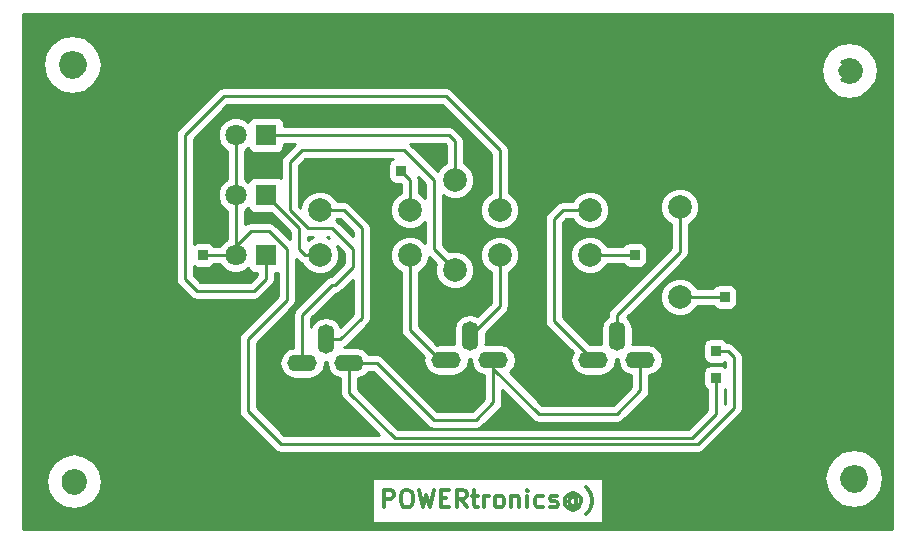
<source format=gbr>
G04 #@! TF.FileFunction,Copper,L2,Bot,Signal*
%FSLAX46Y46*%
G04 Gerber Fmt 4.6, Leading zero omitted, Abs format (unit mm)*
G04 Created by KiCad (PCBNEW 4.0.5) date 11/03/19 14:13:05*
%MOMM*%
%LPD*%
G01*
G04 APERTURE LIST*
%ADD10C,0.100000*%
%ADD11C,0.300000*%
%ADD12R,1.800000X1.800000*%
%ADD13C,1.800000*%
%ADD14R,0.850000X0.850000*%
%ADD15O,1.400000X2.500000*%
%ADD16O,2.500000X1.400000*%
%ADD17C,1.998980*%
%ADD18C,0.250000*%
%ADD19C,0.254000*%
G04 APERTURE END LIST*
D10*
D11*
X136248286Y-92499571D02*
X136248286Y-90999571D01*
X136819714Y-90999571D01*
X136962572Y-91071000D01*
X137034000Y-91142429D01*
X137105429Y-91285286D01*
X137105429Y-91499571D01*
X137034000Y-91642429D01*
X136962572Y-91713857D01*
X136819714Y-91785286D01*
X136248286Y-91785286D01*
X138034000Y-90999571D02*
X138319714Y-90999571D01*
X138462572Y-91071000D01*
X138605429Y-91213857D01*
X138676857Y-91499571D01*
X138676857Y-91999571D01*
X138605429Y-92285286D01*
X138462572Y-92428143D01*
X138319714Y-92499571D01*
X138034000Y-92499571D01*
X137891143Y-92428143D01*
X137748286Y-92285286D01*
X137676857Y-91999571D01*
X137676857Y-91499571D01*
X137748286Y-91213857D01*
X137891143Y-91071000D01*
X138034000Y-90999571D01*
X139176858Y-90999571D02*
X139534001Y-92499571D01*
X139819715Y-91428143D01*
X140105429Y-92499571D01*
X140462572Y-90999571D01*
X141034001Y-91713857D02*
X141534001Y-91713857D01*
X141748287Y-92499571D02*
X141034001Y-92499571D01*
X141034001Y-90999571D01*
X141748287Y-90999571D01*
X143248287Y-92499571D02*
X142748287Y-91785286D01*
X142391144Y-92499571D02*
X142391144Y-90999571D01*
X142962572Y-90999571D01*
X143105430Y-91071000D01*
X143176858Y-91142429D01*
X143248287Y-91285286D01*
X143248287Y-91499571D01*
X143176858Y-91642429D01*
X143105430Y-91713857D01*
X142962572Y-91785286D01*
X142391144Y-91785286D01*
X143676858Y-91499571D02*
X144248287Y-91499571D01*
X143891144Y-90999571D02*
X143891144Y-92285286D01*
X143962572Y-92428143D01*
X144105430Y-92499571D01*
X144248287Y-92499571D01*
X144748287Y-92499571D02*
X144748287Y-91499571D01*
X144748287Y-91785286D02*
X144819715Y-91642429D01*
X144891144Y-91571000D01*
X145034001Y-91499571D01*
X145176858Y-91499571D01*
X145891144Y-92499571D02*
X145748286Y-92428143D01*
X145676858Y-92356714D01*
X145605429Y-92213857D01*
X145605429Y-91785286D01*
X145676858Y-91642429D01*
X145748286Y-91571000D01*
X145891144Y-91499571D01*
X146105429Y-91499571D01*
X146248286Y-91571000D01*
X146319715Y-91642429D01*
X146391144Y-91785286D01*
X146391144Y-92213857D01*
X146319715Y-92356714D01*
X146248286Y-92428143D01*
X146105429Y-92499571D01*
X145891144Y-92499571D01*
X147034001Y-91499571D02*
X147034001Y-92499571D01*
X147034001Y-91642429D02*
X147105429Y-91571000D01*
X147248287Y-91499571D01*
X147462572Y-91499571D01*
X147605429Y-91571000D01*
X147676858Y-91713857D01*
X147676858Y-92499571D01*
X148391144Y-92499571D02*
X148391144Y-91499571D01*
X148391144Y-90999571D02*
X148319715Y-91071000D01*
X148391144Y-91142429D01*
X148462572Y-91071000D01*
X148391144Y-90999571D01*
X148391144Y-91142429D01*
X149748287Y-92428143D02*
X149605430Y-92499571D01*
X149319716Y-92499571D01*
X149176858Y-92428143D01*
X149105430Y-92356714D01*
X149034001Y-92213857D01*
X149034001Y-91785286D01*
X149105430Y-91642429D01*
X149176858Y-91571000D01*
X149319716Y-91499571D01*
X149605430Y-91499571D01*
X149748287Y-91571000D01*
X150319715Y-92428143D02*
X150462572Y-92499571D01*
X150748287Y-92499571D01*
X150891144Y-92428143D01*
X150962572Y-92285286D01*
X150962572Y-92213857D01*
X150891144Y-92071000D01*
X150748287Y-91999571D01*
X150534001Y-91999571D01*
X150391144Y-91928143D01*
X150319715Y-91785286D01*
X150319715Y-91713857D01*
X150391144Y-91571000D01*
X150534001Y-91499571D01*
X150748287Y-91499571D01*
X150891144Y-91571000D01*
X152534001Y-91785286D02*
X152462573Y-91713857D01*
X152319716Y-91642429D01*
X152176858Y-91642429D01*
X152034001Y-91713857D01*
X151962573Y-91785286D01*
X151891144Y-91928143D01*
X151891144Y-92071000D01*
X151962573Y-92213857D01*
X152034001Y-92285286D01*
X152176858Y-92356714D01*
X152319716Y-92356714D01*
X152462573Y-92285286D01*
X152534001Y-92213857D01*
X152534001Y-91642429D02*
X152534001Y-92213857D01*
X152605430Y-92285286D01*
X152676858Y-92285286D01*
X152819716Y-92213857D01*
X152891144Y-92071000D01*
X152891144Y-91713857D01*
X152748287Y-91499571D01*
X152534001Y-91356714D01*
X152248287Y-91285286D01*
X151962573Y-91356714D01*
X151748287Y-91499571D01*
X151605430Y-91713857D01*
X151534001Y-91999571D01*
X151605430Y-92285286D01*
X151748287Y-92499571D01*
X151962573Y-92642429D01*
X152248287Y-92713857D01*
X152534001Y-92642429D01*
X152748287Y-92499571D01*
X153391144Y-93071000D02*
X153462572Y-92999571D01*
X153605429Y-92785286D01*
X153676858Y-92642429D01*
X153748287Y-92428143D01*
X153819715Y-92071000D01*
X153819715Y-91785286D01*
X153748287Y-91428143D01*
X153676858Y-91213857D01*
X153605429Y-91071000D01*
X153462572Y-90856714D01*
X153391144Y-90785286D01*
D12*
X126238000Y-71120000D03*
D13*
X123698000Y-71120000D03*
D12*
X126238000Y-66040000D03*
D13*
X123698000Y-66040000D03*
D12*
X126238000Y-60960000D03*
D13*
X123698000Y-60960000D03*
D14*
X164338000Y-81534000D03*
X120904000Y-71120000D03*
X165100000Y-74676000D03*
X157480000Y-71120000D03*
X137668000Y-64008000D03*
D15*
X155956000Y-78010000D03*
D16*
X153956000Y-80010000D03*
X157956000Y-80010000D03*
D15*
X143510000Y-78010000D03*
D16*
X141510000Y-80010000D03*
X145510000Y-80010000D03*
D15*
X131318000Y-78264000D03*
D16*
X129318000Y-80264000D03*
X133318000Y-80264000D03*
D17*
X161290000Y-67056000D03*
X161290000Y-74676000D03*
X146050000Y-67310000D03*
X153670000Y-67310000D03*
X146050000Y-71120000D03*
X153670000Y-71120000D03*
X130810000Y-71120000D03*
X138430000Y-71120000D03*
X130810000Y-67310000D03*
X138430000Y-67310000D03*
X142240000Y-64770000D03*
X142240000Y-72390000D03*
D14*
X164338000Y-79248000D03*
D18*
X126238000Y-71120000D02*
X126238000Y-73152000D01*
X146050000Y-62230000D02*
X146050000Y-67310000D01*
X141478000Y-57658000D02*
X146050000Y-62230000D01*
X122682000Y-57658000D02*
X141478000Y-57658000D01*
X119380000Y-60960000D02*
X122682000Y-57658000D01*
X119380000Y-73152000D02*
X119380000Y-60960000D01*
X120396000Y-74168000D02*
X119380000Y-73152000D01*
X125222000Y-74168000D02*
X120396000Y-74168000D01*
X126238000Y-73152000D02*
X125222000Y-74168000D01*
X123698000Y-71120000D02*
X120904000Y-71120000D01*
X123698000Y-71120000D02*
X123698000Y-70358000D01*
X123698000Y-70358000D02*
X124968000Y-69088000D01*
X165354000Y-79248000D02*
X164338000Y-79248000D01*
X165862000Y-79756000D02*
X165354000Y-79248000D01*
X165862000Y-84074000D02*
X165862000Y-79756000D01*
X162814000Y-87122000D02*
X165862000Y-84074000D01*
X127508000Y-87122000D02*
X162814000Y-87122000D01*
X124714000Y-84328000D02*
X127508000Y-87122000D01*
X124714000Y-78232000D02*
X124714000Y-84328000D01*
X128016000Y-74930000D02*
X124714000Y-78232000D01*
X128016000Y-70612000D02*
X128016000Y-74930000D01*
X126492000Y-69088000D02*
X128016000Y-70612000D01*
X124968000Y-69088000D02*
X126492000Y-69088000D01*
X123698000Y-71120000D02*
X123698000Y-66040000D01*
X123698000Y-60960000D02*
X123698000Y-66040000D01*
X126238000Y-66040000D02*
X129032000Y-68834000D01*
X129540000Y-71120000D02*
X130810000Y-71120000D01*
X129032000Y-70612000D02*
X129540000Y-71120000D01*
X129032000Y-68834000D02*
X129032000Y-70612000D01*
X142240000Y-64770000D02*
X142240000Y-61468000D01*
X141732000Y-60960000D02*
X126238000Y-60960000D01*
X142240000Y-61468000D02*
X141732000Y-60960000D01*
X145510000Y-80010000D02*
X145510000Y-80740000D01*
X157956000Y-82582000D02*
X157956000Y-80010000D01*
X155956000Y-84582000D02*
X157956000Y-82582000D01*
X149352000Y-84582000D02*
X155956000Y-84582000D01*
X145510000Y-80740000D02*
X149352000Y-84582000D01*
X133318000Y-80264000D02*
X135636000Y-80264000D01*
X145510000Y-83598000D02*
X145510000Y-80010000D01*
X144018000Y-85090000D02*
X145510000Y-83598000D01*
X140462000Y-85090000D02*
X144018000Y-85090000D01*
X135636000Y-80264000D02*
X140462000Y-85090000D01*
X133318000Y-80264000D02*
X133318000Y-82772000D01*
X164338000Y-84582000D02*
X164338000Y-81534000D01*
X162306000Y-86614000D02*
X164338000Y-84582000D01*
X137160000Y-86614000D02*
X162306000Y-86614000D01*
X133318000Y-82772000D02*
X137160000Y-86614000D01*
X161290000Y-74676000D02*
X165100000Y-74676000D01*
X153670000Y-71120000D02*
X157480000Y-71120000D01*
X138430000Y-67310000D02*
X138430000Y-64770000D01*
X138430000Y-64770000D02*
X137668000Y-64008000D01*
X155956000Y-78010000D02*
X155956000Y-76200000D01*
X161290000Y-70866000D02*
X161290000Y-67056000D01*
X155956000Y-76200000D02*
X161290000Y-70866000D01*
X153670000Y-67310000D02*
X151384000Y-67310000D01*
X150622000Y-76676000D02*
X153956000Y-80010000D01*
X150622000Y-68072000D02*
X150622000Y-76676000D01*
X151384000Y-67310000D02*
X150622000Y-68072000D01*
X146050000Y-71120000D02*
X146050000Y-75470000D01*
X146050000Y-75470000D02*
X143510000Y-78010000D01*
X141510000Y-80010000D02*
X140970000Y-80010000D01*
X140970000Y-80010000D02*
X138430000Y-77470000D01*
X138430000Y-77470000D02*
X138430000Y-71120000D01*
X131318000Y-78264000D02*
X132556000Y-78264000D01*
X132842000Y-67310000D02*
X130810000Y-67310000D01*
X134366000Y-68834000D02*
X132842000Y-67310000D01*
X134366000Y-76454000D02*
X134366000Y-68834000D01*
X132556000Y-78264000D02*
X134366000Y-76454000D01*
X129318000Y-80264000D02*
X129318000Y-76168000D01*
X140462000Y-70612000D02*
X142240000Y-72390000D01*
X140462000Y-64770000D02*
X140462000Y-70612000D01*
X137922000Y-62230000D02*
X140462000Y-64770000D01*
X129286000Y-62230000D02*
X137922000Y-62230000D01*
X128270000Y-63246000D02*
X129286000Y-62230000D01*
X128270000Y-67310000D02*
X128270000Y-63246000D01*
X129794000Y-68834000D02*
X128270000Y-67310000D01*
X131826000Y-68834000D02*
X129794000Y-68834000D01*
X133604000Y-70612000D02*
X131826000Y-68834000D01*
X133604000Y-72136000D02*
X133604000Y-70612000D01*
X132080000Y-73660000D02*
X133604000Y-72136000D01*
X131826000Y-73660000D02*
X132080000Y-73660000D01*
X129318000Y-76168000D02*
X131826000Y-73660000D01*
D19*
G36*
X179290000Y-94290000D02*
X105710000Y-94290000D01*
X105710000Y-90297000D01*
X107616123Y-90297000D01*
X107796215Y-91202382D01*
X108309072Y-91969928D01*
X109076618Y-92482785D01*
X109982000Y-92662877D01*
X110887382Y-92482785D01*
X111654928Y-91969928D01*
X112167785Y-91202382D01*
X112347877Y-90297000D01*
X112286016Y-89986000D01*
X135256143Y-89986000D01*
X135256143Y-93806000D01*
X154811858Y-93806000D01*
X154811858Y-90043000D01*
X173529470Y-90043000D01*
X173719203Y-90996850D01*
X174259515Y-91805485D01*
X175068150Y-92345797D01*
X176022000Y-92535530D01*
X176975850Y-92345797D01*
X177784485Y-91805485D01*
X178324797Y-90996850D01*
X178514530Y-90043000D01*
X178324797Y-89089150D01*
X177784485Y-88280515D01*
X176975850Y-87740203D01*
X176022000Y-87550470D01*
X175068150Y-87740203D01*
X174259515Y-88280515D01*
X173719203Y-89089150D01*
X173529470Y-90043000D01*
X154811858Y-90043000D01*
X154811858Y-89986000D01*
X135256143Y-89986000D01*
X112286016Y-89986000D01*
X112167785Y-89391618D01*
X111654928Y-88624072D01*
X110887382Y-88111215D01*
X109982000Y-87931123D01*
X109076618Y-88111215D01*
X108309072Y-88624072D01*
X107796215Y-89391618D01*
X107616123Y-90297000D01*
X105710000Y-90297000D01*
X105710000Y-60960000D01*
X118620000Y-60960000D01*
X118620000Y-73152000D01*
X118677852Y-73442839D01*
X118842599Y-73689401D01*
X119858599Y-74705401D01*
X120105161Y-74870148D01*
X120396000Y-74928000D01*
X125222000Y-74928000D01*
X125512839Y-74870148D01*
X125759401Y-74705401D01*
X126775401Y-73689401D01*
X126940148Y-73442839D01*
X126998000Y-73152000D01*
X126998000Y-72667440D01*
X127138000Y-72667440D01*
X127256000Y-72645237D01*
X127256000Y-74615198D01*
X124176599Y-77694599D01*
X124011852Y-77941161D01*
X123954000Y-78232000D01*
X123954000Y-84328000D01*
X124011852Y-84618839D01*
X124176599Y-84865401D01*
X126970599Y-87659401D01*
X127217161Y-87824148D01*
X127508000Y-87882000D01*
X162814000Y-87882000D01*
X163104839Y-87824148D01*
X163351401Y-87659401D01*
X166399401Y-84611401D01*
X166564148Y-84364839D01*
X166622000Y-84074000D01*
X166622000Y-79756000D01*
X166564148Y-79465161D01*
X166399401Y-79218599D01*
X165891401Y-78710599D01*
X165644839Y-78545852D01*
X165354000Y-78488000D01*
X165302018Y-78488000D01*
X165227090Y-78371559D01*
X165014890Y-78226569D01*
X164763000Y-78175560D01*
X163913000Y-78175560D01*
X163677683Y-78219838D01*
X163461559Y-78358910D01*
X163316569Y-78571110D01*
X163265560Y-78823000D01*
X163265560Y-79673000D01*
X163309838Y-79908317D01*
X163448910Y-80124441D01*
X163661110Y-80269431D01*
X163913000Y-80320440D01*
X164763000Y-80320440D01*
X164998317Y-80276162D01*
X165102000Y-80209444D01*
X165102000Y-80572089D01*
X165014890Y-80512569D01*
X164763000Y-80461560D01*
X163913000Y-80461560D01*
X163677683Y-80505838D01*
X163461559Y-80644910D01*
X163316569Y-80857110D01*
X163265560Y-81109000D01*
X163265560Y-81959000D01*
X163309838Y-82194317D01*
X163448910Y-82410441D01*
X163578000Y-82498644D01*
X163578000Y-84267198D01*
X161991198Y-85854000D01*
X137474803Y-85854000D01*
X134078000Y-82457198D01*
X134078000Y-81564574D01*
X134415811Y-81497379D01*
X134848917Y-81207988D01*
X134971853Y-81024000D01*
X135321198Y-81024000D01*
X139924599Y-85627401D01*
X140171161Y-85792148D01*
X140462000Y-85850000D01*
X144018000Y-85850000D01*
X144308839Y-85792148D01*
X144555401Y-85627401D01*
X146047401Y-84135401D01*
X146212148Y-83888839D01*
X146270000Y-83598000D01*
X146270000Y-82574802D01*
X148814599Y-85119402D01*
X149061161Y-85284148D01*
X149352000Y-85342000D01*
X155956000Y-85342000D01*
X156246839Y-85284148D01*
X156493401Y-85119401D01*
X158493401Y-83119401D01*
X158658148Y-82872839D01*
X158716000Y-82582000D01*
X158716000Y-81310574D01*
X159053811Y-81243379D01*
X159486917Y-80953988D01*
X159776308Y-80520882D01*
X159877929Y-80010000D01*
X159776308Y-79499118D01*
X159486917Y-79066012D01*
X159053811Y-78776621D01*
X158542929Y-78675000D01*
X157369071Y-78675000D01*
X157271615Y-78694385D01*
X157291000Y-78596929D01*
X157291000Y-77423071D01*
X157189379Y-76912189D01*
X156899988Y-76479083D01*
X156811107Y-76419695D01*
X158231108Y-74999694D01*
X159655226Y-74999694D01*
X159903538Y-75600655D01*
X160362927Y-76060846D01*
X160963453Y-76310206D01*
X161613694Y-76310774D01*
X162214655Y-76062462D01*
X162674846Y-75603073D01*
X162744221Y-75436000D01*
X164135982Y-75436000D01*
X164210910Y-75552441D01*
X164423110Y-75697431D01*
X164675000Y-75748440D01*
X165525000Y-75748440D01*
X165760317Y-75704162D01*
X165976441Y-75565090D01*
X166121431Y-75352890D01*
X166172440Y-75101000D01*
X166172440Y-74251000D01*
X166128162Y-74015683D01*
X165989090Y-73799559D01*
X165776890Y-73654569D01*
X165525000Y-73603560D01*
X164675000Y-73603560D01*
X164439683Y-73647838D01*
X164223559Y-73786910D01*
X164135356Y-73916000D01*
X162744496Y-73916000D01*
X162676462Y-73751345D01*
X162217073Y-73291154D01*
X161616547Y-73041794D01*
X160966306Y-73041226D01*
X160365345Y-73289538D01*
X159905154Y-73748927D01*
X159655794Y-74349453D01*
X159655226Y-74999694D01*
X158231108Y-74999694D01*
X161827401Y-71403401D01*
X161992148Y-71156839D01*
X162050000Y-70866000D01*
X162050000Y-68510496D01*
X162214655Y-68442462D01*
X162674846Y-67983073D01*
X162924206Y-67382547D01*
X162924774Y-66732306D01*
X162676462Y-66131345D01*
X162217073Y-65671154D01*
X161616547Y-65421794D01*
X160966306Y-65421226D01*
X160365345Y-65669538D01*
X159905154Y-66128927D01*
X159655794Y-66729453D01*
X159655226Y-67379694D01*
X159903538Y-67980655D01*
X160362927Y-68440846D01*
X160530000Y-68510221D01*
X160530000Y-70551198D01*
X155418599Y-75662599D01*
X155253852Y-75909161D01*
X155196000Y-76200000D01*
X155196000Y-76356147D01*
X155012012Y-76479083D01*
X154722621Y-76912189D01*
X154621000Y-77423071D01*
X154621000Y-78596929D01*
X154640385Y-78694385D01*
X154542929Y-78675000D01*
X153695802Y-78675000D01*
X151382000Y-76361198D01*
X151382000Y-71443694D01*
X152035226Y-71443694D01*
X152283538Y-72044655D01*
X152742927Y-72504846D01*
X153343453Y-72754206D01*
X153993694Y-72754774D01*
X154594655Y-72506462D01*
X155054846Y-72047073D01*
X155124221Y-71880000D01*
X156515982Y-71880000D01*
X156590910Y-71996441D01*
X156803110Y-72141431D01*
X157055000Y-72192440D01*
X157905000Y-72192440D01*
X158140317Y-72148162D01*
X158356441Y-72009090D01*
X158501431Y-71796890D01*
X158552440Y-71545000D01*
X158552440Y-70695000D01*
X158508162Y-70459683D01*
X158369090Y-70243559D01*
X158156890Y-70098569D01*
X157905000Y-70047560D01*
X157055000Y-70047560D01*
X156819683Y-70091838D01*
X156603559Y-70230910D01*
X156515356Y-70360000D01*
X155124496Y-70360000D01*
X155056462Y-70195345D01*
X154597073Y-69735154D01*
X153996547Y-69485794D01*
X153346306Y-69485226D01*
X152745345Y-69733538D01*
X152285154Y-70192927D01*
X152035794Y-70793453D01*
X152035226Y-71443694D01*
X151382000Y-71443694D01*
X151382000Y-68386802D01*
X151698802Y-68070000D01*
X152215504Y-68070000D01*
X152283538Y-68234655D01*
X152742927Y-68694846D01*
X153343453Y-68944206D01*
X153993694Y-68944774D01*
X154594655Y-68696462D01*
X155054846Y-68237073D01*
X155304206Y-67636547D01*
X155304774Y-66986306D01*
X155056462Y-66385345D01*
X154597073Y-65925154D01*
X153996547Y-65675794D01*
X153346306Y-65675226D01*
X152745345Y-65923538D01*
X152285154Y-66382927D01*
X152215779Y-66550000D01*
X151384000Y-66550000D01*
X151093161Y-66607852D01*
X150846599Y-66772599D01*
X150084599Y-67534599D01*
X149919852Y-67781161D01*
X149862000Y-68072000D01*
X149862000Y-76676000D01*
X149919852Y-76966839D01*
X150084599Y-77213401D01*
X152229669Y-79358471D01*
X152135692Y-79499118D01*
X152034071Y-80010000D01*
X152135692Y-80520882D01*
X152425083Y-80953988D01*
X152858189Y-81243379D01*
X153369071Y-81345000D01*
X154542929Y-81345000D01*
X155053811Y-81243379D01*
X155486917Y-80953988D01*
X155776308Y-80520882D01*
X155877929Y-80010000D01*
X155858544Y-79912544D01*
X155956000Y-79931929D01*
X156053456Y-79912544D01*
X156034071Y-80010000D01*
X156135692Y-80520882D01*
X156425083Y-80953988D01*
X156858189Y-81243379D01*
X157196000Y-81310574D01*
X157196000Y-82267198D01*
X155641198Y-83822000D01*
X149666803Y-83822000D01*
X146895772Y-81050970D01*
X147040917Y-80953988D01*
X147330308Y-80520882D01*
X147431929Y-80010000D01*
X147330308Y-79499118D01*
X147040917Y-79066012D01*
X146607811Y-78776621D01*
X146096929Y-78675000D01*
X144923071Y-78675000D01*
X144825615Y-78694385D01*
X144845000Y-78596929D01*
X144845000Y-77749802D01*
X146587401Y-76007401D01*
X146752148Y-75760840D01*
X146777746Y-75632148D01*
X146810000Y-75470000D01*
X146810000Y-72574496D01*
X146974655Y-72506462D01*
X147434846Y-72047073D01*
X147684206Y-71446547D01*
X147684774Y-70796306D01*
X147436462Y-70195345D01*
X146977073Y-69735154D01*
X146376547Y-69485794D01*
X145726306Y-69485226D01*
X145125345Y-69733538D01*
X144665154Y-70192927D01*
X144415794Y-70793453D01*
X144415226Y-71443694D01*
X144663538Y-72044655D01*
X145122927Y-72504846D01*
X145290000Y-72574221D01*
X145290000Y-75155198D01*
X144161529Y-76283669D01*
X144020882Y-76189692D01*
X143510000Y-76088071D01*
X142999118Y-76189692D01*
X142566012Y-76479083D01*
X142276621Y-76912189D01*
X142175000Y-77423071D01*
X142175000Y-78596929D01*
X142194385Y-78694385D01*
X142096929Y-78675000D01*
X140923071Y-78675000D01*
X140745186Y-78710384D01*
X139190000Y-77155198D01*
X139190000Y-72574496D01*
X139354655Y-72506462D01*
X139814846Y-72047073D01*
X140064206Y-71446547D01*
X140064343Y-71289145D01*
X140674115Y-71898917D01*
X140605794Y-72063453D01*
X140605226Y-72713694D01*
X140853538Y-73314655D01*
X141312927Y-73774846D01*
X141913453Y-74024206D01*
X142563694Y-74024774D01*
X143164655Y-73776462D01*
X143624846Y-73317073D01*
X143874206Y-72716547D01*
X143874774Y-72066306D01*
X143626462Y-71465345D01*
X143167073Y-71005154D01*
X142566547Y-70755794D01*
X141916306Y-70755226D01*
X141749111Y-70824309D01*
X141222000Y-70297198D01*
X141222000Y-66063760D01*
X141312927Y-66154846D01*
X141913453Y-66404206D01*
X142563694Y-66404774D01*
X143164655Y-66156462D01*
X143624846Y-65697073D01*
X143874206Y-65096547D01*
X143874774Y-64446306D01*
X143626462Y-63845345D01*
X143167073Y-63385154D01*
X143000000Y-63315779D01*
X143000000Y-61468000D01*
X142942148Y-61177161D01*
X142777401Y-60930599D01*
X142269401Y-60422599D01*
X142022839Y-60257852D01*
X141732000Y-60200000D01*
X127785440Y-60200000D01*
X127785440Y-60060000D01*
X127741162Y-59824683D01*
X127602090Y-59608559D01*
X127389890Y-59463569D01*
X127138000Y-59412560D01*
X125338000Y-59412560D01*
X125102683Y-59456838D01*
X124886559Y-59595910D01*
X124741569Y-59808110D01*
X124737433Y-59828534D01*
X124568643Y-59659449D01*
X124004670Y-59425267D01*
X123394009Y-59424735D01*
X122829629Y-59657932D01*
X122397449Y-60089357D01*
X122163267Y-60653330D01*
X122162735Y-61263991D01*
X122395932Y-61828371D01*
X122827357Y-62260551D01*
X122938000Y-62306494D01*
X122938000Y-64693154D01*
X122829629Y-64737932D01*
X122397449Y-65169357D01*
X122163267Y-65733330D01*
X122162735Y-66343991D01*
X122395932Y-66908371D01*
X122827357Y-67340551D01*
X122938000Y-67386494D01*
X122938000Y-69773154D01*
X122829629Y-69817932D01*
X122397449Y-70249357D01*
X122351506Y-70360000D01*
X121868018Y-70360000D01*
X121793090Y-70243559D01*
X121580890Y-70098569D01*
X121329000Y-70047560D01*
X120479000Y-70047560D01*
X120243683Y-70091838D01*
X120140000Y-70158556D01*
X120140000Y-61274802D01*
X122996802Y-58418000D01*
X141163198Y-58418000D01*
X145290000Y-62544802D01*
X145290000Y-65855504D01*
X145125345Y-65923538D01*
X144665154Y-66382927D01*
X144415794Y-66983453D01*
X144415226Y-67633694D01*
X144663538Y-68234655D01*
X145122927Y-68694846D01*
X145723453Y-68944206D01*
X146373694Y-68944774D01*
X146974655Y-68696462D01*
X147434846Y-68237073D01*
X147684206Y-67636547D01*
X147684774Y-66986306D01*
X147436462Y-66385345D01*
X146977073Y-65925154D01*
X146810000Y-65855779D01*
X146810000Y-62230000D01*
X146752148Y-61939161D01*
X146752148Y-61939160D01*
X146587401Y-61692599D01*
X142015401Y-57120599D01*
X141768839Y-56955852D01*
X141478000Y-56898000D01*
X122682000Y-56898000D01*
X122391160Y-56955852D01*
X122144599Y-57120599D01*
X118842599Y-60422599D01*
X118677852Y-60669161D01*
X118620000Y-60960000D01*
X105710000Y-60960000D01*
X105710000Y-54991000D01*
X107362470Y-54991000D01*
X107552203Y-55944850D01*
X108092515Y-56753485D01*
X108901150Y-57293797D01*
X109855000Y-57483530D01*
X110808850Y-57293797D01*
X111617485Y-56753485D01*
X112157797Y-55944850D01*
X112246482Y-55499000D01*
X173236609Y-55499000D01*
X173419632Y-56419121D01*
X173940839Y-57199161D01*
X174720879Y-57720368D01*
X175641000Y-57903391D01*
X176561121Y-57720368D01*
X177341161Y-57199161D01*
X177862368Y-56419121D01*
X178045391Y-55499000D01*
X177862368Y-54578879D01*
X177341161Y-53798839D01*
X176561121Y-53277632D01*
X175641000Y-53094609D01*
X174720879Y-53277632D01*
X173940839Y-53798839D01*
X173419632Y-54578879D01*
X173236609Y-55499000D01*
X112246482Y-55499000D01*
X112347530Y-54991000D01*
X112157797Y-54037150D01*
X111617485Y-53228515D01*
X110808850Y-52688203D01*
X109855000Y-52498470D01*
X108901150Y-52688203D01*
X108092515Y-53228515D01*
X107552203Y-54037150D01*
X107362470Y-54991000D01*
X105710000Y-54991000D01*
X105710000Y-50710000D01*
X179290000Y-50710000D01*
X179290000Y-94290000D01*
X179290000Y-94290000D01*
G37*
X179290000Y-94290000D02*
X105710000Y-94290000D01*
X105710000Y-90297000D01*
X107616123Y-90297000D01*
X107796215Y-91202382D01*
X108309072Y-91969928D01*
X109076618Y-92482785D01*
X109982000Y-92662877D01*
X110887382Y-92482785D01*
X111654928Y-91969928D01*
X112167785Y-91202382D01*
X112347877Y-90297000D01*
X112286016Y-89986000D01*
X135256143Y-89986000D01*
X135256143Y-93806000D01*
X154811858Y-93806000D01*
X154811858Y-90043000D01*
X173529470Y-90043000D01*
X173719203Y-90996850D01*
X174259515Y-91805485D01*
X175068150Y-92345797D01*
X176022000Y-92535530D01*
X176975850Y-92345797D01*
X177784485Y-91805485D01*
X178324797Y-90996850D01*
X178514530Y-90043000D01*
X178324797Y-89089150D01*
X177784485Y-88280515D01*
X176975850Y-87740203D01*
X176022000Y-87550470D01*
X175068150Y-87740203D01*
X174259515Y-88280515D01*
X173719203Y-89089150D01*
X173529470Y-90043000D01*
X154811858Y-90043000D01*
X154811858Y-89986000D01*
X135256143Y-89986000D01*
X112286016Y-89986000D01*
X112167785Y-89391618D01*
X111654928Y-88624072D01*
X110887382Y-88111215D01*
X109982000Y-87931123D01*
X109076618Y-88111215D01*
X108309072Y-88624072D01*
X107796215Y-89391618D01*
X107616123Y-90297000D01*
X105710000Y-90297000D01*
X105710000Y-60960000D01*
X118620000Y-60960000D01*
X118620000Y-73152000D01*
X118677852Y-73442839D01*
X118842599Y-73689401D01*
X119858599Y-74705401D01*
X120105161Y-74870148D01*
X120396000Y-74928000D01*
X125222000Y-74928000D01*
X125512839Y-74870148D01*
X125759401Y-74705401D01*
X126775401Y-73689401D01*
X126940148Y-73442839D01*
X126998000Y-73152000D01*
X126998000Y-72667440D01*
X127138000Y-72667440D01*
X127256000Y-72645237D01*
X127256000Y-74615198D01*
X124176599Y-77694599D01*
X124011852Y-77941161D01*
X123954000Y-78232000D01*
X123954000Y-84328000D01*
X124011852Y-84618839D01*
X124176599Y-84865401D01*
X126970599Y-87659401D01*
X127217161Y-87824148D01*
X127508000Y-87882000D01*
X162814000Y-87882000D01*
X163104839Y-87824148D01*
X163351401Y-87659401D01*
X166399401Y-84611401D01*
X166564148Y-84364839D01*
X166622000Y-84074000D01*
X166622000Y-79756000D01*
X166564148Y-79465161D01*
X166399401Y-79218599D01*
X165891401Y-78710599D01*
X165644839Y-78545852D01*
X165354000Y-78488000D01*
X165302018Y-78488000D01*
X165227090Y-78371559D01*
X165014890Y-78226569D01*
X164763000Y-78175560D01*
X163913000Y-78175560D01*
X163677683Y-78219838D01*
X163461559Y-78358910D01*
X163316569Y-78571110D01*
X163265560Y-78823000D01*
X163265560Y-79673000D01*
X163309838Y-79908317D01*
X163448910Y-80124441D01*
X163661110Y-80269431D01*
X163913000Y-80320440D01*
X164763000Y-80320440D01*
X164998317Y-80276162D01*
X165102000Y-80209444D01*
X165102000Y-80572089D01*
X165014890Y-80512569D01*
X164763000Y-80461560D01*
X163913000Y-80461560D01*
X163677683Y-80505838D01*
X163461559Y-80644910D01*
X163316569Y-80857110D01*
X163265560Y-81109000D01*
X163265560Y-81959000D01*
X163309838Y-82194317D01*
X163448910Y-82410441D01*
X163578000Y-82498644D01*
X163578000Y-84267198D01*
X161991198Y-85854000D01*
X137474803Y-85854000D01*
X134078000Y-82457198D01*
X134078000Y-81564574D01*
X134415811Y-81497379D01*
X134848917Y-81207988D01*
X134971853Y-81024000D01*
X135321198Y-81024000D01*
X139924599Y-85627401D01*
X140171161Y-85792148D01*
X140462000Y-85850000D01*
X144018000Y-85850000D01*
X144308839Y-85792148D01*
X144555401Y-85627401D01*
X146047401Y-84135401D01*
X146212148Y-83888839D01*
X146270000Y-83598000D01*
X146270000Y-82574802D01*
X148814599Y-85119402D01*
X149061161Y-85284148D01*
X149352000Y-85342000D01*
X155956000Y-85342000D01*
X156246839Y-85284148D01*
X156493401Y-85119401D01*
X158493401Y-83119401D01*
X158658148Y-82872839D01*
X158716000Y-82582000D01*
X158716000Y-81310574D01*
X159053811Y-81243379D01*
X159486917Y-80953988D01*
X159776308Y-80520882D01*
X159877929Y-80010000D01*
X159776308Y-79499118D01*
X159486917Y-79066012D01*
X159053811Y-78776621D01*
X158542929Y-78675000D01*
X157369071Y-78675000D01*
X157271615Y-78694385D01*
X157291000Y-78596929D01*
X157291000Y-77423071D01*
X157189379Y-76912189D01*
X156899988Y-76479083D01*
X156811107Y-76419695D01*
X158231108Y-74999694D01*
X159655226Y-74999694D01*
X159903538Y-75600655D01*
X160362927Y-76060846D01*
X160963453Y-76310206D01*
X161613694Y-76310774D01*
X162214655Y-76062462D01*
X162674846Y-75603073D01*
X162744221Y-75436000D01*
X164135982Y-75436000D01*
X164210910Y-75552441D01*
X164423110Y-75697431D01*
X164675000Y-75748440D01*
X165525000Y-75748440D01*
X165760317Y-75704162D01*
X165976441Y-75565090D01*
X166121431Y-75352890D01*
X166172440Y-75101000D01*
X166172440Y-74251000D01*
X166128162Y-74015683D01*
X165989090Y-73799559D01*
X165776890Y-73654569D01*
X165525000Y-73603560D01*
X164675000Y-73603560D01*
X164439683Y-73647838D01*
X164223559Y-73786910D01*
X164135356Y-73916000D01*
X162744496Y-73916000D01*
X162676462Y-73751345D01*
X162217073Y-73291154D01*
X161616547Y-73041794D01*
X160966306Y-73041226D01*
X160365345Y-73289538D01*
X159905154Y-73748927D01*
X159655794Y-74349453D01*
X159655226Y-74999694D01*
X158231108Y-74999694D01*
X161827401Y-71403401D01*
X161992148Y-71156839D01*
X162050000Y-70866000D01*
X162050000Y-68510496D01*
X162214655Y-68442462D01*
X162674846Y-67983073D01*
X162924206Y-67382547D01*
X162924774Y-66732306D01*
X162676462Y-66131345D01*
X162217073Y-65671154D01*
X161616547Y-65421794D01*
X160966306Y-65421226D01*
X160365345Y-65669538D01*
X159905154Y-66128927D01*
X159655794Y-66729453D01*
X159655226Y-67379694D01*
X159903538Y-67980655D01*
X160362927Y-68440846D01*
X160530000Y-68510221D01*
X160530000Y-70551198D01*
X155418599Y-75662599D01*
X155253852Y-75909161D01*
X155196000Y-76200000D01*
X155196000Y-76356147D01*
X155012012Y-76479083D01*
X154722621Y-76912189D01*
X154621000Y-77423071D01*
X154621000Y-78596929D01*
X154640385Y-78694385D01*
X154542929Y-78675000D01*
X153695802Y-78675000D01*
X151382000Y-76361198D01*
X151382000Y-71443694D01*
X152035226Y-71443694D01*
X152283538Y-72044655D01*
X152742927Y-72504846D01*
X153343453Y-72754206D01*
X153993694Y-72754774D01*
X154594655Y-72506462D01*
X155054846Y-72047073D01*
X155124221Y-71880000D01*
X156515982Y-71880000D01*
X156590910Y-71996441D01*
X156803110Y-72141431D01*
X157055000Y-72192440D01*
X157905000Y-72192440D01*
X158140317Y-72148162D01*
X158356441Y-72009090D01*
X158501431Y-71796890D01*
X158552440Y-71545000D01*
X158552440Y-70695000D01*
X158508162Y-70459683D01*
X158369090Y-70243559D01*
X158156890Y-70098569D01*
X157905000Y-70047560D01*
X157055000Y-70047560D01*
X156819683Y-70091838D01*
X156603559Y-70230910D01*
X156515356Y-70360000D01*
X155124496Y-70360000D01*
X155056462Y-70195345D01*
X154597073Y-69735154D01*
X153996547Y-69485794D01*
X153346306Y-69485226D01*
X152745345Y-69733538D01*
X152285154Y-70192927D01*
X152035794Y-70793453D01*
X152035226Y-71443694D01*
X151382000Y-71443694D01*
X151382000Y-68386802D01*
X151698802Y-68070000D01*
X152215504Y-68070000D01*
X152283538Y-68234655D01*
X152742927Y-68694846D01*
X153343453Y-68944206D01*
X153993694Y-68944774D01*
X154594655Y-68696462D01*
X155054846Y-68237073D01*
X155304206Y-67636547D01*
X155304774Y-66986306D01*
X155056462Y-66385345D01*
X154597073Y-65925154D01*
X153996547Y-65675794D01*
X153346306Y-65675226D01*
X152745345Y-65923538D01*
X152285154Y-66382927D01*
X152215779Y-66550000D01*
X151384000Y-66550000D01*
X151093161Y-66607852D01*
X150846599Y-66772599D01*
X150084599Y-67534599D01*
X149919852Y-67781161D01*
X149862000Y-68072000D01*
X149862000Y-76676000D01*
X149919852Y-76966839D01*
X150084599Y-77213401D01*
X152229669Y-79358471D01*
X152135692Y-79499118D01*
X152034071Y-80010000D01*
X152135692Y-80520882D01*
X152425083Y-80953988D01*
X152858189Y-81243379D01*
X153369071Y-81345000D01*
X154542929Y-81345000D01*
X155053811Y-81243379D01*
X155486917Y-80953988D01*
X155776308Y-80520882D01*
X155877929Y-80010000D01*
X155858544Y-79912544D01*
X155956000Y-79931929D01*
X156053456Y-79912544D01*
X156034071Y-80010000D01*
X156135692Y-80520882D01*
X156425083Y-80953988D01*
X156858189Y-81243379D01*
X157196000Y-81310574D01*
X157196000Y-82267198D01*
X155641198Y-83822000D01*
X149666803Y-83822000D01*
X146895772Y-81050970D01*
X147040917Y-80953988D01*
X147330308Y-80520882D01*
X147431929Y-80010000D01*
X147330308Y-79499118D01*
X147040917Y-79066012D01*
X146607811Y-78776621D01*
X146096929Y-78675000D01*
X144923071Y-78675000D01*
X144825615Y-78694385D01*
X144845000Y-78596929D01*
X144845000Y-77749802D01*
X146587401Y-76007401D01*
X146752148Y-75760840D01*
X146777746Y-75632148D01*
X146810000Y-75470000D01*
X146810000Y-72574496D01*
X146974655Y-72506462D01*
X147434846Y-72047073D01*
X147684206Y-71446547D01*
X147684774Y-70796306D01*
X147436462Y-70195345D01*
X146977073Y-69735154D01*
X146376547Y-69485794D01*
X145726306Y-69485226D01*
X145125345Y-69733538D01*
X144665154Y-70192927D01*
X144415794Y-70793453D01*
X144415226Y-71443694D01*
X144663538Y-72044655D01*
X145122927Y-72504846D01*
X145290000Y-72574221D01*
X145290000Y-75155198D01*
X144161529Y-76283669D01*
X144020882Y-76189692D01*
X143510000Y-76088071D01*
X142999118Y-76189692D01*
X142566012Y-76479083D01*
X142276621Y-76912189D01*
X142175000Y-77423071D01*
X142175000Y-78596929D01*
X142194385Y-78694385D01*
X142096929Y-78675000D01*
X140923071Y-78675000D01*
X140745186Y-78710384D01*
X139190000Y-77155198D01*
X139190000Y-72574496D01*
X139354655Y-72506462D01*
X139814846Y-72047073D01*
X140064206Y-71446547D01*
X140064343Y-71289145D01*
X140674115Y-71898917D01*
X140605794Y-72063453D01*
X140605226Y-72713694D01*
X140853538Y-73314655D01*
X141312927Y-73774846D01*
X141913453Y-74024206D01*
X142563694Y-74024774D01*
X143164655Y-73776462D01*
X143624846Y-73317073D01*
X143874206Y-72716547D01*
X143874774Y-72066306D01*
X143626462Y-71465345D01*
X143167073Y-71005154D01*
X142566547Y-70755794D01*
X141916306Y-70755226D01*
X141749111Y-70824309D01*
X141222000Y-70297198D01*
X141222000Y-66063760D01*
X141312927Y-66154846D01*
X141913453Y-66404206D01*
X142563694Y-66404774D01*
X143164655Y-66156462D01*
X143624846Y-65697073D01*
X143874206Y-65096547D01*
X143874774Y-64446306D01*
X143626462Y-63845345D01*
X143167073Y-63385154D01*
X143000000Y-63315779D01*
X143000000Y-61468000D01*
X142942148Y-61177161D01*
X142777401Y-60930599D01*
X142269401Y-60422599D01*
X142022839Y-60257852D01*
X141732000Y-60200000D01*
X127785440Y-60200000D01*
X127785440Y-60060000D01*
X127741162Y-59824683D01*
X127602090Y-59608559D01*
X127389890Y-59463569D01*
X127138000Y-59412560D01*
X125338000Y-59412560D01*
X125102683Y-59456838D01*
X124886559Y-59595910D01*
X124741569Y-59808110D01*
X124737433Y-59828534D01*
X124568643Y-59659449D01*
X124004670Y-59425267D01*
X123394009Y-59424735D01*
X122829629Y-59657932D01*
X122397449Y-60089357D01*
X122163267Y-60653330D01*
X122162735Y-61263991D01*
X122395932Y-61828371D01*
X122827357Y-62260551D01*
X122938000Y-62306494D01*
X122938000Y-64693154D01*
X122829629Y-64737932D01*
X122397449Y-65169357D01*
X122163267Y-65733330D01*
X122162735Y-66343991D01*
X122395932Y-66908371D01*
X122827357Y-67340551D01*
X122938000Y-67386494D01*
X122938000Y-69773154D01*
X122829629Y-69817932D01*
X122397449Y-70249357D01*
X122351506Y-70360000D01*
X121868018Y-70360000D01*
X121793090Y-70243559D01*
X121580890Y-70098569D01*
X121329000Y-70047560D01*
X120479000Y-70047560D01*
X120243683Y-70091838D01*
X120140000Y-70158556D01*
X120140000Y-61274802D01*
X122996802Y-58418000D01*
X141163198Y-58418000D01*
X145290000Y-62544802D01*
X145290000Y-65855504D01*
X145125345Y-65923538D01*
X144665154Y-66382927D01*
X144415794Y-66983453D01*
X144415226Y-67633694D01*
X144663538Y-68234655D01*
X145122927Y-68694846D01*
X145723453Y-68944206D01*
X146373694Y-68944774D01*
X146974655Y-68696462D01*
X147434846Y-68237073D01*
X147684206Y-67636547D01*
X147684774Y-66986306D01*
X147436462Y-66385345D01*
X146977073Y-65925154D01*
X146810000Y-65855779D01*
X146810000Y-62230000D01*
X146752148Y-61939161D01*
X146752148Y-61939160D01*
X146587401Y-61692599D01*
X142015401Y-57120599D01*
X141768839Y-56955852D01*
X141478000Y-56898000D01*
X122682000Y-56898000D01*
X122391160Y-56955852D01*
X122144599Y-57120599D01*
X118842599Y-60422599D01*
X118677852Y-60669161D01*
X118620000Y-60960000D01*
X105710000Y-60960000D01*
X105710000Y-54991000D01*
X107362470Y-54991000D01*
X107552203Y-55944850D01*
X108092515Y-56753485D01*
X108901150Y-57293797D01*
X109855000Y-57483530D01*
X110808850Y-57293797D01*
X111617485Y-56753485D01*
X112157797Y-55944850D01*
X112246482Y-55499000D01*
X173236609Y-55499000D01*
X173419632Y-56419121D01*
X173940839Y-57199161D01*
X174720879Y-57720368D01*
X175641000Y-57903391D01*
X176561121Y-57720368D01*
X177341161Y-57199161D01*
X177862368Y-56419121D01*
X178045391Y-55499000D01*
X177862368Y-54578879D01*
X177341161Y-53798839D01*
X176561121Y-53277632D01*
X175641000Y-53094609D01*
X174720879Y-53277632D01*
X173940839Y-53798839D01*
X173419632Y-54578879D01*
X173236609Y-55499000D01*
X112246482Y-55499000D01*
X112347530Y-54991000D01*
X112157797Y-54037150D01*
X111617485Y-53228515D01*
X110808850Y-52688203D01*
X109855000Y-52498470D01*
X108901150Y-52688203D01*
X108092515Y-53228515D01*
X107552203Y-54037150D01*
X107362470Y-54991000D01*
X105710000Y-54991000D01*
X105710000Y-50710000D01*
X179290000Y-50710000D01*
X179290000Y-94290000D01*
G36*
X110343971Y-89423124D02*
X110650836Y-89628164D01*
X110855876Y-89935029D01*
X110927877Y-90297000D01*
X110855876Y-90658971D01*
X110650836Y-90965836D01*
X110343971Y-91170876D01*
X109982000Y-91242877D01*
X109620029Y-91170876D01*
X109313164Y-90965836D01*
X109108124Y-90658971D01*
X109036123Y-90297000D01*
X109108124Y-89935029D01*
X109313164Y-89628164D01*
X109620029Y-89423124D01*
X109982000Y-89351123D01*
X110343971Y-89423124D01*
X110343971Y-89423124D01*
G37*
X110343971Y-89423124D02*
X110650836Y-89628164D01*
X110855876Y-89935029D01*
X110927877Y-90297000D01*
X110855876Y-90658971D01*
X110650836Y-90965836D01*
X110343971Y-91170876D01*
X109982000Y-91242877D01*
X109620029Y-91170876D01*
X109313164Y-90965836D01*
X109108124Y-90658971D01*
X109036123Y-90297000D01*
X109108124Y-89935029D01*
X109313164Y-89628164D01*
X109620029Y-89423124D01*
X109982000Y-89351123D01*
X110343971Y-89423124D01*
G36*
X176432439Y-89052111D02*
X176780393Y-89284607D01*
X177012889Y-89632561D01*
X177094530Y-90043000D01*
X177012889Y-90453439D01*
X176780393Y-90801393D01*
X176432439Y-91033889D01*
X176022000Y-91115530D01*
X175611561Y-91033889D01*
X175263607Y-90801393D01*
X175031111Y-90453439D01*
X174949470Y-90043000D01*
X175031111Y-89632561D01*
X175263607Y-89284607D01*
X175611561Y-89052111D01*
X176022000Y-88970470D01*
X176432439Y-89052111D01*
X176432439Y-89052111D01*
G37*
X176432439Y-89052111D02*
X176780393Y-89284607D01*
X177012889Y-89632561D01*
X177094530Y-90043000D01*
X177012889Y-90453439D01*
X176780393Y-90801393D01*
X176432439Y-91033889D01*
X176022000Y-91115530D01*
X175611561Y-91033889D01*
X175263607Y-90801393D01*
X175031111Y-90453439D01*
X174949470Y-90043000D01*
X175031111Y-89632561D01*
X175263607Y-89284607D01*
X175611561Y-89052111D01*
X176022000Y-88970470D01*
X176432439Y-89052111D01*
G36*
X132844000Y-70926802D02*
X132844000Y-71821198D01*
X131750101Y-72915097D01*
X131535161Y-72957852D01*
X131288599Y-73122599D01*
X128780599Y-75630599D01*
X128615852Y-75877161D01*
X128558000Y-76168000D01*
X128558000Y-78963426D01*
X128220189Y-79030621D01*
X127787083Y-79320012D01*
X127497692Y-79753118D01*
X127396071Y-80264000D01*
X127497692Y-80774882D01*
X127787083Y-81207988D01*
X128220189Y-81497379D01*
X128731071Y-81599000D01*
X129904929Y-81599000D01*
X130415811Y-81497379D01*
X130848917Y-81207988D01*
X131138308Y-80774882D01*
X131239929Y-80264000D01*
X131220544Y-80166544D01*
X131318000Y-80185929D01*
X131415456Y-80166544D01*
X131396071Y-80264000D01*
X131497692Y-80774882D01*
X131787083Y-81207988D01*
X132220189Y-81497379D01*
X132558000Y-81564574D01*
X132558000Y-82772000D01*
X132615852Y-83062839D01*
X132780599Y-83309401D01*
X135833197Y-86362000D01*
X127822802Y-86362000D01*
X125474000Y-84013198D01*
X125474000Y-78546802D01*
X128553401Y-75467401D01*
X128718148Y-75220840D01*
X128776000Y-74930000D01*
X128776000Y-71430802D01*
X129002599Y-71657401D01*
X129249161Y-71822148D01*
X129338982Y-71840015D01*
X129423538Y-72044655D01*
X129882927Y-72504846D01*
X130483453Y-72754206D01*
X131133694Y-72754774D01*
X131734655Y-72506462D01*
X132194846Y-72047073D01*
X132444206Y-71446547D01*
X132444774Y-70796306D01*
X132255552Y-70338354D01*
X132844000Y-70926802D01*
X132844000Y-70926802D01*
G37*
X132844000Y-70926802D02*
X132844000Y-71821198D01*
X131750101Y-72915097D01*
X131535161Y-72957852D01*
X131288599Y-73122599D01*
X128780599Y-75630599D01*
X128615852Y-75877161D01*
X128558000Y-76168000D01*
X128558000Y-78963426D01*
X128220189Y-79030621D01*
X127787083Y-79320012D01*
X127497692Y-79753118D01*
X127396071Y-80264000D01*
X127497692Y-80774882D01*
X127787083Y-81207988D01*
X128220189Y-81497379D01*
X128731071Y-81599000D01*
X129904929Y-81599000D01*
X130415811Y-81497379D01*
X130848917Y-81207988D01*
X131138308Y-80774882D01*
X131239929Y-80264000D01*
X131220544Y-80166544D01*
X131318000Y-80185929D01*
X131415456Y-80166544D01*
X131396071Y-80264000D01*
X131497692Y-80774882D01*
X131787083Y-81207988D01*
X132220189Y-81497379D01*
X132558000Y-81564574D01*
X132558000Y-82772000D01*
X132615852Y-83062839D01*
X132780599Y-83309401D01*
X135833197Y-86362000D01*
X127822802Y-86362000D01*
X125474000Y-84013198D01*
X125474000Y-78546802D01*
X128553401Y-75467401D01*
X128718148Y-75220840D01*
X128776000Y-74930000D01*
X128776000Y-71430802D01*
X129002599Y-71657401D01*
X129249161Y-71822148D01*
X129338982Y-71840015D01*
X129423538Y-72044655D01*
X129882927Y-72504846D01*
X130483453Y-72754206D01*
X131133694Y-72754774D01*
X131734655Y-72506462D01*
X132194846Y-72047073D01*
X132444206Y-71446547D01*
X132444774Y-70796306D01*
X132255552Y-70338354D01*
X132844000Y-70926802D01*
G36*
X136791559Y-63118910D02*
X136646569Y-63331110D01*
X136595560Y-63583000D01*
X136595560Y-64433000D01*
X136639838Y-64668317D01*
X136778910Y-64884441D01*
X136991110Y-65029431D01*
X137243000Y-65080440D01*
X137665638Y-65080440D01*
X137670000Y-65084802D01*
X137670000Y-65855504D01*
X137505345Y-65923538D01*
X137045154Y-66382927D01*
X136795794Y-66983453D01*
X136795226Y-67633694D01*
X137043538Y-68234655D01*
X137502927Y-68694846D01*
X138103453Y-68944206D01*
X138753694Y-68944774D01*
X139354655Y-68696462D01*
X139702000Y-68349722D01*
X139702000Y-70080683D01*
X139357073Y-69735154D01*
X138756547Y-69485794D01*
X138106306Y-69485226D01*
X137505345Y-69733538D01*
X137045154Y-70192927D01*
X136795794Y-70793453D01*
X136795226Y-71443694D01*
X137043538Y-72044655D01*
X137502927Y-72504846D01*
X137670000Y-72574221D01*
X137670000Y-77470000D01*
X137727852Y-77760839D01*
X137892599Y-78007401D01*
X139639027Y-79753829D01*
X139588071Y-80010000D01*
X139689692Y-80520882D01*
X139979083Y-80953988D01*
X140412189Y-81243379D01*
X140923071Y-81345000D01*
X142096929Y-81345000D01*
X142607811Y-81243379D01*
X143040917Y-80953988D01*
X143330308Y-80520882D01*
X143431929Y-80010000D01*
X143412544Y-79912544D01*
X143510000Y-79931929D01*
X143607456Y-79912544D01*
X143588071Y-80010000D01*
X143689692Y-80520882D01*
X143979083Y-80953988D01*
X144412189Y-81243379D01*
X144750000Y-81310574D01*
X144750000Y-83283198D01*
X143703198Y-84330000D01*
X140776802Y-84330000D01*
X136173401Y-79726599D01*
X135926839Y-79561852D01*
X135636000Y-79504000D01*
X134971853Y-79504000D01*
X134848917Y-79320012D01*
X134415811Y-79030621D01*
X133904929Y-78929000D01*
X132902435Y-78929000D01*
X133093401Y-78801401D01*
X134903401Y-76991401D01*
X135068148Y-76744839D01*
X135126000Y-76454000D01*
X135126000Y-68834000D01*
X135068148Y-68543161D01*
X135068148Y-68543160D01*
X134903401Y-68296599D01*
X133379401Y-66772599D01*
X133132839Y-66607852D01*
X132842000Y-66550000D01*
X132264496Y-66550000D01*
X132196462Y-66385345D01*
X131737073Y-65925154D01*
X131136547Y-65675794D01*
X130486306Y-65675226D01*
X129885345Y-65923538D01*
X129425154Y-66382927D01*
X129175794Y-66983453D01*
X129175657Y-67140855D01*
X129030000Y-66995198D01*
X129030000Y-63560802D01*
X129600802Y-62990000D01*
X136991891Y-62990000D01*
X136791559Y-63118910D01*
X136791559Y-63118910D01*
G37*
X136791559Y-63118910D02*
X136646569Y-63331110D01*
X136595560Y-63583000D01*
X136595560Y-64433000D01*
X136639838Y-64668317D01*
X136778910Y-64884441D01*
X136991110Y-65029431D01*
X137243000Y-65080440D01*
X137665638Y-65080440D01*
X137670000Y-65084802D01*
X137670000Y-65855504D01*
X137505345Y-65923538D01*
X137045154Y-66382927D01*
X136795794Y-66983453D01*
X136795226Y-67633694D01*
X137043538Y-68234655D01*
X137502927Y-68694846D01*
X138103453Y-68944206D01*
X138753694Y-68944774D01*
X139354655Y-68696462D01*
X139702000Y-68349722D01*
X139702000Y-70080683D01*
X139357073Y-69735154D01*
X138756547Y-69485794D01*
X138106306Y-69485226D01*
X137505345Y-69733538D01*
X137045154Y-70192927D01*
X136795794Y-70793453D01*
X136795226Y-71443694D01*
X137043538Y-72044655D01*
X137502927Y-72504846D01*
X137670000Y-72574221D01*
X137670000Y-77470000D01*
X137727852Y-77760839D01*
X137892599Y-78007401D01*
X139639027Y-79753829D01*
X139588071Y-80010000D01*
X139689692Y-80520882D01*
X139979083Y-80953988D01*
X140412189Y-81243379D01*
X140923071Y-81345000D01*
X142096929Y-81345000D01*
X142607811Y-81243379D01*
X143040917Y-80953988D01*
X143330308Y-80520882D01*
X143431929Y-80010000D01*
X143412544Y-79912544D01*
X143510000Y-79931929D01*
X143607456Y-79912544D01*
X143588071Y-80010000D01*
X143689692Y-80520882D01*
X143979083Y-80953988D01*
X144412189Y-81243379D01*
X144750000Y-81310574D01*
X144750000Y-83283198D01*
X143703198Y-84330000D01*
X140776802Y-84330000D01*
X136173401Y-79726599D01*
X135926839Y-79561852D01*
X135636000Y-79504000D01*
X134971853Y-79504000D01*
X134848917Y-79320012D01*
X134415811Y-79030621D01*
X133904929Y-78929000D01*
X132902435Y-78929000D01*
X133093401Y-78801401D01*
X134903401Y-76991401D01*
X135068148Y-76744839D01*
X135126000Y-76454000D01*
X135126000Y-68834000D01*
X135068148Y-68543161D01*
X135068148Y-68543160D01*
X134903401Y-68296599D01*
X133379401Y-66772599D01*
X133132839Y-66607852D01*
X132842000Y-66550000D01*
X132264496Y-66550000D01*
X132196462Y-66385345D01*
X131737073Y-65925154D01*
X131136547Y-65675794D01*
X130486306Y-65675226D01*
X129885345Y-65923538D01*
X129425154Y-66382927D01*
X129175794Y-66983453D01*
X129175657Y-67140855D01*
X129030000Y-66995198D01*
X129030000Y-63560802D01*
X129600802Y-62990000D01*
X136991891Y-62990000D01*
X136791559Y-63118910D01*
G36*
X165102000Y-83759198D02*
X165098000Y-83763198D01*
X165098000Y-82498018D01*
X165102000Y-82495444D01*
X165102000Y-83759198D01*
X165102000Y-83759198D01*
G37*
X165102000Y-83759198D02*
X165098000Y-83763198D01*
X165098000Y-82498018D01*
X165102000Y-82495444D01*
X165102000Y-83759198D01*
G36*
X133606000Y-76139198D02*
X132555963Y-77189235D01*
X132551379Y-77166189D01*
X132261988Y-76733083D01*
X131828882Y-76443692D01*
X131318000Y-76342071D01*
X130807118Y-76443692D01*
X130374012Y-76733083D01*
X130084621Y-77166189D01*
X130078000Y-77199475D01*
X130078000Y-76482802D01*
X132155899Y-74404903D01*
X132370839Y-74362148D01*
X132617401Y-74197401D01*
X133606000Y-73208802D01*
X133606000Y-76139198D01*
X133606000Y-76139198D01*
G37*
X133606000Y-76139198D02*
X132555963Y-77189235D01*
X132551379Y-77166189D01*
X132261988Y-76733083D01*
X131828882Y-76443692D01*
X131318000Y-76342071D01*
X130807118Y-76443692D01*
X130374012Y-76733083D01*
X130084621Y-77166189D01*
X130078000Y-77199475D01*
X130078000Y-76482802D01*
X132155899Y-74404903D01*
X132370839Y-74362148D01*
X132617401Y-74197401D01*
X133606000Y-73208802D01*
X133606000Y-76139198D01*
G36*
X122395932Y-71988371D02*
X122827357Y-72420551D01*
X123391330Y-72654733D01*
X124001991Y-72655265D01*
X124566371Y-72422068D01*
X124734613Y-72254120D01*
X124734838Y-72255317D01*
X124873910Y-72471441D01*
X125086110Y-72616431D01*
X125338000Y-72667440D01*
X125478000Y-72667440D01*
X125478000Y-72837198D01*
X124907198Y-73408000D01*
X120710802Y-73408000D01*
X120140000Y-72837198D01*
X120140000Y-72081911D01*
X120227110Y-72141431D01*
X120479000Y-72192440D01*
X121329000Y-72192440D01*
X121564317Y-72148162D01*
X121780441Y-72009090D01*
X121868644Y-71880000D01*
X122351154Y-71880000D01*
X122395932Y-71988371D01*
X122395932Y-71988371D01*
G37*
X122395932Y-71988371D02*
X122827357Y-72420551D01*
X123391330Y-72654733D01*
X124001991Y-72655265D01*
X124566371Y-72422068D01*
X124734613Y-72254120D01*
X124734838Y-72255317D01*
X124873910Y-72471441D01*
X125086110Y-72616431D01*
X125338000Y-72667440D01*
X125478000Y-72667440D01*
X125478000Y-72837198D01*
X124907198Y-73408000D01*
X120710802Y-73408000D01*
X120140000Y-72837198D01*
X120140000Y-72081911D01*
X120227110Y-72141431D01*
X120479000Y-72192440D01*
X121329000Y-72192440D01*
X121564317Y-72148162D01*
X121780441Y-72009090D01*
X121868644Y-71880000D01*
X122351154Y-71880000D01*
X122395932Y-71988371D01*
G36*
X129794000Y-69594000D02*
X130223053Y-69594000D01*
X129885345Y-69733538D01*
X129792000Y-69826720D01*
X129792000Y-69593602D01*
X129794000Y-69594000D01*
X129794000Y-69594000D01*
G37*
X129794000Y-69594000D02*
X130223053Y-69594000D01*
X129885345Y-69733538D01*
X129792000Y-69826720D01*
X129792000Y-69593602D01*
X129794000Y-69594000D01*
G36*
X124734838Y-67175317D02*
X124873910Y-67391441D01*
X125086110Y-67536431D01*
X125338000Y-67587440D01*
X126710638Y-67587440D01*
X128272000Y-69148802D01*
X128272000Y-69793198D01*
X127029401Y-68550599D01*
X126782839Y-68385852D01*
X126492000Y-68328000D01*
X124968000Y-68328000D01*
X124677160Y-68385852D01*
X124458000Y-68532290D01*
X124458000Y-67386846D01*
X124566371Y-67342068D01*
X124734613Y-67174120D01*
X124734838Y-67175317D01*
X124734838Y-67175317D01*
G37*
X124734838Y-67175317D02*
X124873910Y-67391441D01*
X125086110Y-67536431D01*
X125338000Y-67587440D01*
X126710638Y-67587440D01*
X128272000Y-69148802D01*
X128272000Y-69793198D01*
X127029401Y-68550599D01*
X126782839Y-68385852D01*
X126492000Y-68328000D01*
X124968000Y-68328000D01*
X124677160Y-68385852D01*
X124458000Y-68532290D01*
X124458000Y-67386846D01*
X124566371Y-67342068D01*
X124734613Y-67174120D01*
X124734838Y-67175317D01*
G36*
X131592192Y-69674994D02*
X131397136Y-69594000D01*
X131511198Y-69594000D01*
X131592192Y-69674994D01*
X131592192Y-69674994D01*
G37*
X131592192Y-69674994D02*
X131397136Y-69594000D01*
X131511198Y-69594000D01*
X131592192Y-69674994D01*
G36*
X133606000Y-69148802D02*
X133606000Y-69539198D01*
X132363401Y-68296599D01*
X132212106Y-68195507D01*
X132264221Y-68070000D01*
X132527198Y-68070000D01*
X133606000Y-69148802D01*
X133606000Y-69148802D01*
G37*
X133606000Y-69148802D02*
X133606000Y-69539198D01*
X132363401Y-68296599D01*
X132212106Y-68195507D01*
X132264221Y-68070000D01*
X132527198Y-68070000D01*
X133606000Y-69148802D01*
G36*
X139702000Y-65084802D02*
X139702000Y-66270683D01*
X139357073Y-65925154D01*
X139190000Y-65855779D01*
X139190000Y-64770000D01*
X139141035Y-64523837D01*
X139702000Y-65084802D01*
X139702000Y-65084802D01*
G37*
X139702000Y-65084802D02*
X139702000Y-66270683D01*
X139357073Y-65925154D01*
X139190000Y-65855779D01*
X139190000Y-64770000D01*
X139141035Y-64523837D01*
X139702000Y-65084802D01*
G36*
X127732599Y-62708599D02*
X127567852Y-62955161D01*
X127510000Y-63246000D01*
X127510000Y-64625637D01*
X127389890Y-64543569D01*
X127138000Y-64492560D01*
X125338000Y-64492560D01*
X125102683Y-64536838D01*
X124886559Y-64675910D01*
X124741569Y-64888110D01*
X124737433Y-64908534D01*
X124568643Y-64739449D01*
X124458000Y-64693506D01*
X124458000Y-62306846D01*
X124566371Y-62262068D01*
X124734613Y-62094120D01*
X124734838Y-62095317D01*
X124873910Y-62311441D01*
X125086110Y-62456431D01*
X125338000Y-62507440D01*
X127138000Y-62507440D01*
X127373317Y-62463162D01*
X127589441Y-62324090D01*
X127734431Y-62111890D01*
X127785440Y-61860000D01*
X127785440Y-61720000D01*
X128721198Y-61720000D01*
X127732599Y-62708599D01*
X127732599Y-62708599D01*
G37*
X127732599Y-62708599D02*
X127567852Y-62955161D01*
X127510000Y-63246000D01*
X127510000Y-64625637D01*
X127389890Y-64543569D01*
X127138000Y-64492560D01*
X125338000Y-64492560D01*
X125102683Y-64536838D01*
X124886559Y-64675910D01*
X124741569Y-64888110D01*
X124737433Y-64908534D01*
X124568643Y-64739449D01*
X124458000Y-64693506D01*
X124458000Y-62306846D01*
X124566371Y-62262068D01*
X124734613Y-62094120D01*
X124734838Y-62095317D01*
X124873910Y-62311441D01*
X125086110Y-62456431D01*
X125338000Y-62507440D01*
X127138000Y-62507440D01*
X127373317Y-62463162D01*
X127589441Y-62324090D01*
X127734431Y-62111890D01*
X127785440Y-61860000D01*
X127785440Y-61720000D01*
X128721198Y-61720000D01*
X127732599Y-62708599D01*
G36*
X141480000Y-61782802D02*
X141480000Y-63315504D01*
X141315345Y-63383538D01*
X140855154Y-63842927D01*
X140783145Y-64016343D01*
X138486802Y-61720000D01*
X141417198Y-61720000D01*
X141480000Y-61782802D01*
X141480000Y-61782802D01*
G37*
X141480000Y-61782802D02*
X141480000Y-63315504D01*
X141315345Y-63383538D01*
X140855154Y-63842927D01*
X140783145Y-64016343D01*
X138486802Y-61720000D01*
X141417198Y-61720000D01*
X141480000Y-61782802D01*
G36*
X176017710Y-54589541D02*
X176337070Y-54802930D01*
X176550459Y-55122290D01*
X176625391Y-55499000D01*
X176550459Y-55875710D01*
X176337070Y-56195070D01*
X176017710Y-56408459D01*
X175641000Y-56483391D01*
X175264290Y-56408459D01*
X174944930Y-56195070D01*
X174939929Y-56187585D01*
X175066694Y-56272287D01*
X175387000Y-56336000D01*
X175707306Y-56272287D01*
X175978848Y-56090848D01*
X176160287Y-55819306D01*
X176224000Y-55499000D01*
X176160287Y-55178694D01*
X175978848Y-54907152D01*
X175707306Y-54725713D01*
X175387000Y-54662000D01*
X175066694Y-54725713D01*
X174939929Y-54810415D01*
X174944930Y-54802930D01*
X175264290Y-54589541D01*
X175641000Y-54514609D01*
X176017710Y-54589541D01*
X176017710Y-54589541D01*
G37*
X176017710Y-54589541D02*
X176337070Y-54802930D01*
X176550459Y-55122290D01*
X176625391Y-55499000D01*
X176550459Y-55875710D01*
X176337070Y-56195070D01*
X176017710Y-56408459D01*
X175641000Y-56483391D01*
X175264290Y-56408459D01*
X174944930Y-56195070D01*
X174939929Y-56187585D01*
X175066694Y-56272287D01*
X175387000Y-56336000D01*
X175707306Y-56272287D01*
X175978848Y-56090848D01*
X176160287Y-55819306D01*
X176224000Y-55499000D01*
X176160287Y-55178694D01*
X175978848Y-54907152D01*
X175707306Y-54725713D01*
X175387000Y-54662000D01*
X175066694Y-54725713D01*
X174939929Y-54810415D01*
X174944930Y-54802930D01*
X175264290Y-54589541D01*
X175641000Y-54514609D01*
X176017710Y-54589541D01*
G36*
X175610104Y-54960378D02*
X175799243Y-55086757D01*
X175925622Y-55275896D01*
X175970000Y-55499000D01*
X175925622Y-55722104D01*
X175799243Y-55911243D01*
X175610104Y-56037622D01*
X175387000Y-56082000D01*
X175163896Y-56037622D01*
X174974757Y-55911243D01*
X174848378Y-55722104D01*
X174804000Y-55499000D01*
X174848378Y-55275896D01*
X174974757Y-55086757D01*
X175163896Y-54960378D01*
X175387000Y-54916000D01*
X175610104Y-54960378D01*
X175610104Y-54960378D01*
G37*
X175610104Y-54960378D02*
X175799243Y-55086757D01*
X175925622Y-55275896D01*
X175970000Y-55499000D01*
X175925622Y-55722104D01*
X175799243Y-55911243D01*
X175610104Y-56037622D01*
X175387000Y-56082000D01*
X175163896Y-56037622D01*
X174974757Y-55911243D01*
X174848378Y-55722104D01*
X174804000Y-55499000D01*
X174848378Y-55275896D01*
X174974757Y-55086757D01*
X175163896Y-54960378D01*
X175387000Y-54916000D01*
X175610104Y-54960378D01*
G36*
X110265439Y-54000111D02*
X110613393Y-54232607D01*
X110845889Y-54580561D01*
X110927530Y-54991000D01*
X110845889Y-55401439D01*
X110613393Y-55749393D01*
X110265439Y-55981889D01*
X109855000Y-56063530D01*
X109444561Y-55981889D01*
X109096607Y-55749393D01*
X108864111Y-55401439D01*
X108782470Y-54991000D01*
X108864111Y-54580561D01*
X109096607Y-54232607D01*
X109444561Y-54000111D01*
X109855000Y-53918470D01*
X110265439Y-54000111D01*
X110265439Y-54000111D01*
G37*
X110265439Y-54000111D02*
X110613393Y-54232607D01*
X110845889Y-54580561D01*
X110927530Y-54991000D01*
X110845889Y-55401439D01*
X110613393Y-55749393D01*
X110265439Y-55981889D01*
X109855000Y-56063530D01*
X109444561Y-55981889D01*
X109096607Y-55749393D01*
X108864111Y-55401439D01*
X108782470Y-54991000D01*
X108864111Y-54580561D01*
X109096607Y-54232607D01*
X109444561Y-54000111D01*
X109855000Y-53918470D01*
X110265439Y-54000111D01*
M02*

</source>
